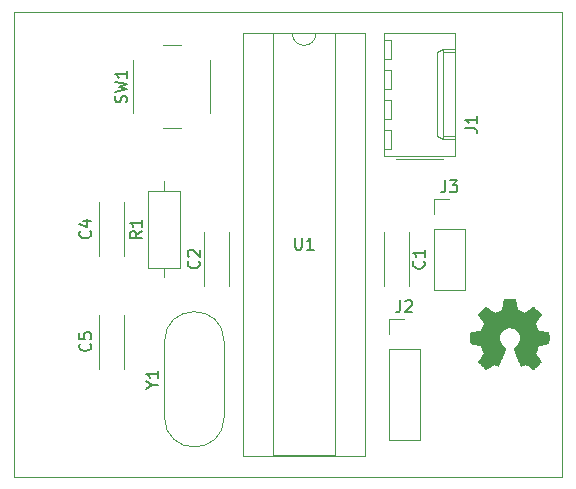
<source format=gbr>
%TF.GenerationSoftware,KiCad,Pcbnew,6.0.2-378541a8eb~116~ubuntu20.04.1*%
%TF.CreationDate,2022-02-28T20:37:39+01:00*%
%TF.ProjectId,lidar,6c696461-722e-46b6-9963-61645f706362,0.3.0*%
%TF.SameCoordinates,PX371baa8PY4509570*%
%TF.FileFunction,Legend,Top*%
%TF.FilePolarity,Positive*%
%FSLAX46Y46*%
G04 Gerber Fmt 4.6, Leading zero omitted, Abs format (unit mm)*
G04 Created by KiCad (PCBNEW 6.0.2-378541a8eb~116~ubuntu20.04.1) date 2022-02-28 20:37:39*
%MOMM*%
%LPD*%
G01*
G04 APERTURE LIST*
%TA.AperFunction,Profile*%
%ADD10C,0.100000*%
%TD*%
%ADD11C,0.150000*%
%ADD12C,0.120000*%
%ADD13C,0.010000*%
G04 APERTURE END LIST*
D10*
X-4445000Y4445000D02*
X41910000Y4445000D01*
X41910000Y4445000D02*
X41910000Y-34925000D01*
X41910000Y-34925000D02*
X-4445000Y-34925000D01*
X-4445000Y-34925000D02*
X-4445000Y4445000D01*
D11*
%TO.C,J3*%
X32051666Y-9837380D02*
X32051666Y-10551666D01*
X32004047Y-10694523D01*
X31908809Y-10789761D01*
X31765952Y-10837380D01*
X31670714Y-10837380D01*
X32432619Y-9837380D02*
X33051666Y-9837380D01*
X32718333Y-10218333D01*
X32861190Y-10218333D01*
X32956428Y-10265952D01*
X33004047Y-10313571D01*
X33051666Y-10408809D01*
X33051666Y-10646904D01*
X33004047Y-10742142D01*
X32956428Y-10789761D01*
X32861190Y-10837380D01*
X32575476Y-10837380D01*
X32480238Y-10789761D01*
X32432619Y-10742142D01*
%TO.C,C4*%
X1967142Y-14131666D02*
X2014761Y-14179285D01*
X2062380Y-14322142D01*
X2062380Y-14417380D01*
X2014761Y-14560238D01*
X1919523Y-14655476D01*
X1824285Y-14703095D01*
X1633809Y-14750714D01*
X1490952Y-14750714D01*
X1300476Y-14703095D01*
X1205238Y-14655476D01*
X1110000Y-14560238D01*
X1062380Y-14417380D01*
X1062380Y-14322142D01*
X1110000Y-14179285D01*
X1157619Y-14131666D01*
X1395714Y-13274523D02*
X2062380Y-13274523D01*
X1014761Y-13512619D02*
X1729047Y-13750714D01*
X1729047Y-13131666D01*
%TO.C,C1*%
X30202142Y-16676666D02*
X30249761Y-16724285D01*
X30297380Y-16867142D01*
X30297380Y-16962380D01*
X30249761Y-17105238D01*
X30154523Y-17200476D01*
X30059285Y-17248095D01*
X29868809Y-17295714D01*
X29725952Y-17295714D01*
X29535476Y-17248095D01*
X29440238Y-17200476D01*
X29345000Y-17105238D01*
X29297380Y-16962380D01*
X29297380Y-16867142D01*
X29345000Y-16724285D01*
X29392619Y-16676666D01*
X30297380Y-15724285D02*
X30297380Y-16295714D01*
X30297380Y-16010000D02*
X29297380Y-16010000D01*
X29440238Y-16105238D01*
X29535476Y-16200476D01*
X29583095Y-16295714D01*
%TO.C,SW1*%
X5044761Y-3238333D02*
X5092380Y-3095476D01*
X5092380Y-2857380D01*
X5044761Y-2762142D01*
X4997142Y-2714523D01*
X4901904Y-2666904D01*
X4806666Y-2666904D01*
X4711428Y-2714523D01*
X4663809Y-2762142D01*
X4616190Y-2857380D01*
X4568571Y-3047857D01*
X4520952Y-3143095D01*
X4473333Y-3190714D01*
X4378095Y-3238333D01*
X4282857Y-3238333D01*
X4187619Y-3190714D01*
X4140000Y-3143095D01*
X4092380Y-3047857D01*
X4092380Y-2809761D01*
X4140000Y-2666904D01*
X4092380Y-2333571D02*
X5092380Y-2095476D01*
X4378095Y-1905000D01*
X5092380Y-1714523D01*
X4092380Y-1476428D01*
X5092380Y-571666D02*
X5092380Y-1143095D01*
X5092380Y-857380D02*
X4092380Y-857380D01*
X4235238Y-952619D01*
X4330476Y-1047857D01*
X4378095Y-1143095D01*
%TO.C,R1*%
X6337380Y-14131666D02*
X5861190Y-14465000D01*
X6337380Y-14703095D02*
X5337380Y-14703095D01*
X5337380Y-14322142D01*
X5385000Y-14226904D01*
X5432619Y-14179285D01*
X5527857Y-14131666D01*
X5670714Y-14131666D01*
X5765952Y-14179285D01*
X5813571Y-14226904D01*
X5861190Y-14322142D01*
X5861190Y-14703095D01*
X6337380Y-13179285D02*
X6337380Y-13750714D01*
X6337380Y-13465000D02*
X5337380Y-13465000D01*
X5480238Y-13560238D01*
X5575476Y-13655476D01*
X5623095Y-13750714D01*
%TO.C,C5*%
X1967142Y-23661666D02*
X2014761Y-23709285D01*
X2062380Y-23852142D01*
X2062380Y-23947380D01*
X2014761Y-24090238D01*
X1919523Y-24185476D01*
X1824285Y-24233095D01*
X1633809Y-24280714D01*
X1490952Y-24280714D01*
X1300476Y-24233095D01*
X1205238Y-24185476D01*
X1110000Y-24090238D01*
X1062380Y-23947380D01*
X1062380Y-23852142D01*
X1110000Y-23709285D01*
X1157619Y-23661666D01*
X1062380Y-22756904D02*
X1062380Y-23233095D01*
X1538571Y-23280714D01*
X1490952Y-23233095D01*
X1443333Y-23137857D01*
X1443333Y-22899761D01*
X1490952Y-22804523D01*
X1538571Y-22756904D01*
X1633809Y-22709285D01*
X1871904Y-22709285D01*
X1967142Y-22756904D01*
X2014761Y-22804523D01*
X2062380Y-22899761D01*
X2062380Y-23137857D01*
X2014761Y-23233095D01*
X1967142Y-23280714D01*
%TO.C,C2*%
X11152142Y-16671666D02*
X11199761Y-16719285D01*
X11247380Y-16862142D01*
X11247380Y-16957380D01*
X11199761Y-17100238D01*
X11104523Y-17195476D01*
X11009285Y-17243095D01*
X10818809Y-17290714D01*
X10675952Y-17290714D01*
X10485476Y-17243095D01*
X10390238Y-17195476D01*
X10295000Y-17100238D01*
X10247380Y-16957380D01*
X10247380Y-16862142D01*
X10295000Y-16719285D01*
X10342619Y-16671666D01*
X10342619Y-16290714D02*
X10295000Y-16243095D01*
X10247380Y-16147857D01*
X10247380Y-15909761D01*
X10295000Y-15814523D01*
X10342619Y-15766904D01*
X10437857Y-15719285D01*
X10533095Y-15719285D01*
X10675952Y-15766904D01*
X11247380Y-16338333D01*
X11247380Y-15719285D01*
%TO.C,J2*%
X28241666Y-19982380D02*
X28241666Y-20696666D01*
X28194047Y-20839523D01*
X28098809Y-20934761D01*
X27955952Y-20982380D01*
X27860714Y-20982380D01*
X28670238Y-20077619D02*
X28717857Y-20030000D01*
X28813095Y-19982380D01*
X29051190Y-19982380D01*
X29146428Y-20030000D01*
X29194047Y-20077619D01*
X29241666Y-20172857D01*
X29241666Y-20268095D01*
X29194047Y-20410952D01*
X28622619Y-20982380D01*
X29241666Y-20982380D01*
%TO.C,U1*%
X19333095Y-14687380D02*
X19333095Y-15496904D01*
X19380714Y-15592142D01*
X19428333Y-15639761D01*
X19523571Y-15687380D01*
X19714047Y-15687380D01*
X19809285Y-15639761D01*
X19856904Y-15592142D01*
X19904523Y-15496904D01*
X19904523Y-14687380D01*
X20904523Y-15687380D02*
X20333095Y-15687380D01*
X20618809Y-15687380D02*
X20618809Y-14687380D01*
X20523571Y-14830238D01*
X20428333Y-14925476D01*
X20333095Y-14973095D01*
%TO.C,Y1*%
X7246190Y-27151190D02*
X7722380Y-27151190D01*
X6722380Y-27484523D02*
X7246190Y-27151190D01*
X6722380Y-26817857D01*
X7722380Y-25960714D02*
X7722380Y-26532142D01*
X7722380Y-26246428D02*
X6722380Y-26246428D01*
X6865238Y-26341666D01*
X6960476Y-26436904D01*
X7008095Y-26532142D01*
%TO.C,J1*%
X33742380Y-5413333D02*
X34456666Y-5413333D01*
X34599523Y-5460952D01*
X34694761Y-5556190D01*
X34742380Y-5699047D01*
X34742380Y-5794285D01*
X34742380Y-4413333D02*
X34742380Y-4984761D01*
X34742380Y-4699047D02*
X33742380Y-4699047D01*
X33885238Y-4794285D01*
X33980476Y-4889523D01*
X34028095Y-4984761D01*
D12*
%TO.C,J3*%
X31055000Y-19125000D02*
X33715000Y-19125000D01*
X31055000Y-13985000D02*
X31055000Y-19125000D01*
X31055000Y-12715000D02*
X31055000Y-11385000D01*
X33715000Y-13985000D02*
X33715000Y-19125000D01*
X31055000Y-11385000D02*
X32385000Y-11385000D01*
X31055000Y-13985000D02*
X33715000Y-13985000D01*
D13*
%TO.C,OSHW - silk*%
X38020814Y-20328931D02*
X38104635Y-20773555D01*
X38104635Y-20773555D02*
X38413920Y-20901053D01*
X38413920Y-20901053D02*
X38723206Y-21028551D01*
X38723206Y-21028551D02*
X39094246Y-20776246D01*
X39094246Y-20776246D02*
X39198157Y-20705996D01*
X39198157Y-20705996D02*
X39292087Y-20643272D01*
X39292087Y-20643272D02*
X39371652Y-20590938D01*
X39371652Y-20590938D02*
X39432470Y-20551857D01*
X39432470Y-20551857D02*
X39470157Y-20528893D01*
X39470157Y-20528893D02*
X39480421Y-20523942D01*
X39480421Y-20523942D02*
X39498910Y-20536676D01*
X39498910Y-20536676D02*
X39538420Y-20571882D01*
X39538420Y-20571882D02*
X39594522Y-20625062D01*
X39594522Y-20625062D02*
X39662787Y-20691718D01*
X39662787Y-20691718D02*
X39738786Y-20767354D01*
X39738786Y-20767354D02*
X39818092Y-20847472D01*
X39818092Y-20847472D02*
X39896275Y-20927574D01*
X39896275Y-20927574D02*
X39968907Y-21003164D01*
X39968907Y-21003164D02*
X40031559Y-21069745D01*
X40031559Y-21069745D02*
X40079803Y-21122818D01*
X40079803Y-21122818D02*
X40109210Y-21157887D01*
X40109210Y-21157887D02*
X40116241Y-21169623D01*
X40116241Y-21169623D02*
X40106123Y-21191260D01*
X40106123Y-21191260D02*
X40077759Y-21238662D01*
X40077759Y-21238662D02*
X40034129Y-21307193D01*
X40034129Y-21307193D02*
X39978218Y-21392215D01*
X39978218Y-21392215D02*
X39913006Y-21489093D01*
X39913006Y-21489093D02*
X39875219Y-21544350D01*
X39875219Y-21544350D02*
X39806343Y-21645248D01*
X39806343Y-21645248D02*
X39745140Y-21736299D01*
X39745140Y-21736299D02*
X39694578Y-21812970D01*
X39694578Y-21812970D02*
X39657628Y-21870728D01*
X39657628Y-21870728D02*
X39637258Y-21905043D01*
X39637258Y-21905043D02*
X39634197Y-21912254D01*
X39634197Y-21912254D02*
X39641136Y-21932748D01*
X39641136Y-21932748D02*
X39660051Y-21980513D01*
X39660051Y-21980513D02*
X39688087Y-22048832D01*
X39688087Y-22048832D02*
X39722391Y-22130989D01*
X39722391Y-22130989D02*
X39760109Y-22220270D01*
X39760109Y-22220270D02*
X39798387Y-22309958D01*
X39798387Y-22309958D02*
X39834370Y-22393338D01*
X39834370Y-22393338D02*
X39865206Y-22463694D01*
X39865206Y-22463694D02*
X39888039Y-22514310D01*
X39888039Y-22514310D02*
X39900017Y-22538471D01*
X39900017Y-22538471D02*
X39900724Y-22539422D01*
X39900724Y-22539422D02*
X39919531Y-22544036D01*
X39919531Y-22544036D02*
X39969618Y-22554328D01*
X39969618Y-22554328D02*
X40045793Y-22569287D01*
X40045793Y-22569287D02*
X40142865Y-22587901D01*
X40142865Y-22587901D02*
X40255643Y-22609159D01*
X40255643Y-22609159D02*
X40321442Y-22621418D01*
X40321442Y-22621418D02*
X40441950Y-22644362D01*
X40441950Y-22644362D02*
X40550797Y-22666195D01*
X40550797Y-22666195D02*
X40642476Y-22685722D01*
X40642476Y-22685722D02*
X40711481Y-22701748D01*
X40711481Y-22701748D02*
X40752304Y-22713079D01*
X40752304Y-22713079D02*
X40760511Y-22716674D01*
X40760511Y-22716674D02*
X40768548Y-22741006D01*
X40768548Y-22741006D02*
X40775033Y-22795959D01*
X40775033Y-22795959D02*
X40779970Y-22875108D01*
X40779970Y-22875108D02*
X40783364Y-22972026D01*
X40783364Y-22972026D02*
X40785218Y-23080287D01*
X40785218Y-23080287D02*
X40785538Y-23193465D01*
X40785538Y-23193465D02*
X40784327Y-23305135D01*
X40784327Y-23305135D02*
X40781590Y-23408868D01*
X40781590Y-23408868D02*
X40777331Y-23498241D01*
X40777331Y-23498241D02*
X40771555Y-23566826D01*
X40771555Y-23566826D02*
X40764267Y-23608197D01*
X40764267Y-23608197D02*
X40759895Y-23616810D01*
X40759895Y-23616810D02*
X40733764Y-23627133D01*
X40733764Y-23627133D02*
X40678393Y-23641892D01*
X40678393Y-23641892D02*
X40601107Y-23659352D01*
X40601107Y-23659352D02*
X40509230Y-23677780D01*
X40509230Y-23677780D02*
X40477158Y-23683741D01*
X40477158Y-23683741D02*
X40322524Y-23712066D01*
X40322524Y-23712066D02*
X40200375Y-23734876D01*
X40200375Y-23734876D02*
X40106673Y-23753080D01*
X40106673Y-23753080D02*
X40037384Y-23767583D01*
X40037384Y-23767583D02*
X39988471Y-23779292D01*
X39988471Y-23779292D02*
X39955897Y-23789115D01*
X39955897Y-23789115D02*
X39935628Y-23797956D01*
X39935628Y-23797956D02*
X39923626Y-23806724D01*
X39923626Y-23806724D02*
X39921947Y-23808457D01*
X39921947Y-23808457D02*
X39905184Y-23836371D01*
X39905184Y-23836371D02*
X39879614Y-23890695D01*
X39879614Y-23890695D02*
X39847788Y-23964777D01*
X39847788Y-23964777D02*
X39812260Y-24051965D01*
X39812260Y-24051965D02*
X39775583Y-24145608D01*
X39775583Y-24145608D02*
X39740311Y-24239052D01*
X39740311Y-24239052D02*
X39708996Y-24325647D01*
X39708996Y-24325647D02*
X39684193Y-24398740D01*
X39684193Y-24398740D02*
X39668454Y-24451678D01*
X39668454Y-24451678D02*
X39664332Y-24477811D01*
X39664332Y-24477811D02*
X39664676Y-24478726D01*
X39664676Y-24478726D02*
X39678641Y-24500086D01*
X39678641Y-24500086D02*
X39710322Y-24547084D01*
X39710322Y-24547084D02*
X39756391Y-24614827D01*
X39756391Y-24614827D02*
X39813518Y-24698423D01*
X39813518Y-24698423D02*
X39878373Y-24792982D01*
X39878373Y-24792982D02*
X39896843Y-24819854D01*
X39896843Y-24819854D02*
X39962699Y-24917275D01*
X39962699Y-24917275D02*
X40020650Y-25006163D01*
X40020650Y-25006163D02*
X40067538Y-25081412D01*
X40067538Y-25081412D02*
X40100207Y-25137920D01*
X40100207Y-25137920D02*
X40115500Y-25170581D01*
X40115500Y-25170581D02*
X40116241Y-25174593D01*
X40116241Y-25174593D02*
X40103392Y-25195684D01*
X40103392Y-25195684D02*
X40067888Y-25237464D01*
X40067888Y-25237464D02*
X40014293Y-25295445D01*
X40014293Y-25295445D02*
X39947171Y-25365135D01*
X39947171Y-25365135D02*
X39871087Y-25442045D01*
X39871087Y-25442045D02*
X39790604Y-25521683D01*
X39790604Y-25521683D02*
X39710287Y-25599561D01*
X39710287Y-25599561D02*
X39634699Y-25671186D01*
X39634699Y-25671186D02*
X39568405Y-25732070D01*
X39568405Y-25732070D02*
X39515969Y-25777721D01*
X39515969Y-25777721D02*
X39481955Y-25803650D01*
X39481955Y-25803650D02*
X39472545Y-25807883D01*
X39472545Y-25807883D02*
X39450643Y-25797912D01*
X39450643Y-25797912D02*
X39405800Y-25771020D01*
X39405800Y-25771020D02*
X39345321Y-25731736D01*
X39345321Y-25731736D02*
X39298789Y-25700117D01*
X39298789Y-25700117D02*
X39214475Y-25642098D01*
X39214475Y-25642098D02*
X39114626Y-25573784D01*
X39114626Y-25573784D02*
X39014473Y-25505579D01*
X39014473Y-25505579D02*
X38960627Y-25469075D01*
X38960627Y-25469075D02*
X38778371Y-25345800D01*
X38778371Y-25345800D02*
X38625381Y-25428520D01*
X38625381Y-25428520D02*
X38555682Y-25464759D01*
X38555682Y-25464759D02*
X38496414Y-25492926D01*
X38496414Y-25492926D02*
X38456311Y-25508991D01*
X38456311Y-25508991D02*
X38446103Y-25511226D01*
X38446103Y-25511226D02*
X38433829Y-25494722D01*
X38433829Y-25494722D02*
X38409613Y-25448082D01*
X38409613Y-25448082D02*
X38375263Y-25375609D01*
X38375263Y-25375609D02*
X38332588Y-25281606D01*
X38332588Y-25281606D02*
X38283394Y-25170374D01*
X38283394Y-25170374D02*
X38229490Y-25046215D01*
X38229490Y-25046215D02*
X38172684Y-24913432D01*
X38172684Y-24913432D02*
X38114782Y-24776327D01*
X38114782Y-24776327D02*
X38057593Y-24639202D01*
X38057593Y-24639202D02*
X38002924Y-24506358D01*
X38002924Y-24506358D02*
X37952584Y-24382098D01*
X37952584Y-24382098D02*
X37908380Y-24270725D01*
X37908380Y-24270725D02*
X37872119Y-24176539D01*
X37872119Y-24176539D02*
X37845609Y-24103844D01*
X37845609Y-24103844D02*
X37830658Y-24056941D01*
X37830658Y-24056941D02*
X37828254Y-24040833D01*
X37828254Y-24040833D02*
X37847311Y-24020286D01*
X37847311Y-24020286D02*
X37889036Y-23986933D01*
X37889036Y-23986933D02*
X37944706Y-23947702D01*
X37944706Y-23947702D02*
X37949378Y-23944599D01*
X37949378Y-23944599D02*
X38093264Y-23829423D01*
X38093264Y-23829423D02*
X38209283Y-23695053D01*
X38209283Y-23695053D02*
X38296430Y-23545784D01*
X38296430Y-23545784D02*
X38353699Y-23385913D01*
X38353699Y-23385913D02*
X38380086Y-23219737D01*
X38380086Y-23219737D02*
X38374585Y-23051552D01*
X38374585Y-23051552D02*
X38336190Y-22885655D01*
X38336190Y-22885655D02*
X38263895Y-22726342D01*
X38263895Y-22726342D02*
X38242626Y-22691487D01*
X38242626Y-22691487D02*
X38131996Y-22550737D01*
X38131996Y-22550737D02*
X38001302Y-22437714D01*
X38001302Y-22437714D02*
X37855064Y-22353003D01*
X37855064Y-22353003D02*
X37697808Y-22297194D01*
X37697808Y-22297194D02*
X37534057Y-22270874D01*
X37534057Y-22270874D02*
X37368333Y-22274630D01*
X37368333Y-22274630D02*
X37205162Y-22309050D01*
X37205162Y-22309050D02*
X37049065Y-22374723D01*
X37049065Y-22374723D02*
X36904567Y-22472235D01*
X36904567Y-22472235D02*
X36859869Y-22511813D01*
X36859869Y-22511813D02*
X36746112Y-22635703D01*
X36746112Y-22635703D02*
X36663218Y-22766124D01*
X36663218Y-22766124D02*
X36606356Y-22912315D01*
X36606356Y-22912315D02*
X36574687Y-23057088D01*
X36574687Y-23057088D02*
X36566869Y-23219860D01*
X36566869Y-23219860D02*
X36592938Y-23383440D01*
X36592938Y-23383440D02*
X36650245Y-23542298D01*
X36650245Y-23542298D02*
X36736144Y-23690906D01*
X36736144Y-23690906D02*
X36847986Y-23823735D01*
X36847986Y-23823735D02*
X36983123Y-23935256D01*
X36983123Y-23935256D02*
X37000883Y-23947011D01*
X37000883Y-23947011D02*
X37057150Y-23985508D01*
X37057150Y-23985508D02*
X37099923Y-24018863D01*
X37099923Y-24018863D02*
X37120372Y-24040160D01*
X37120372Y-24040160D02*
X37120669Y-24040833D01*
X37120669Y-24040833D02*
X37116279Y-24063871D01*
X37116279Y-24063871D02*
X37098876Y-24116157D01*
X37098876Y-24116157D02*
X37070268Y-24193390D01*
X37070268Y-24193390D02*
X37032265Y-24291268D01*
X37032265Y-24291268D02*
X36986674Y-24405491D01*
X36986674Y-24405491D02*
X36935303Y-24531758D01*
X36935303Y-24531758D02*
X36879962Y-24665767D01*
X36879962Y-24665767D02*
X36822458Y-24803218D01*
X36822458Y-24803218D02*
X36764601Y-24939808D01*
X36764601Y-24939808D02*
X36708198Y-25071237D01*
X36708198Y-25071237D02*
X36655058Y-25193205D01*
X36655058Y-25193205D02*
X36606990Y-25301409D01*
X36606990Y-25301409D02*
X36565801Y-25391549D01*
X36565801Y-25391549D02*
X36533301Y-25459323D01*
X36533301Y-25459323D02*
X36511297Y-25500430D01*
X36511297Y-25500430D02*
X36502436Y-25511226D01*
X36502436Y-25511226D02*
X36475360Y-25502819D01*
X36475360Y-25502819D02*
X36424697Y-25480272D01*
X36424697Y-25480272D02*
X36359183Y-25447613D01*
X36359183Y-25447613D02*
X36323159Y-25428520D01*
X36323159Y-25428520D02*
X36170168Y-25345800D01*
X36170168Y-25345800D02*
X35987912Y-25469075D01*
X35987912Y-25469075D02*
X35894875Y-25532228D01*
X35894875Y-25532228D02*
X35793015Y-25601727D01*
X35793015Y-25601727D02*
X35697562Y-25667165D01*
X35697562Y-25667165D02*
X35649750Y-25700117D01*
X35649750Y-25700117D02*
X35582505Y-25745273D01*
X35582505Y-25745273D02*
X35525564Y-25781057D01*
X35525564Y-25781057D02*
X35486354Y-25802938D01*
X35486354Y-25802938D02*
X35473619Y-25807563D01*
X35473619Y-25807563D02*
X35455083Y-25795085D01*
X35455083Y-25795085D02*
X35414059Y-25760252D01*
X35414059Y-25760252D02*
X35354525Y-25706678D01*
X35354525Y-25706678D02*
X35280458Y-25637983D01*
X35280458Y-25637983D02*
X35195835Y-25557781D01*
X35195835Y-25557781D02*
X35142315Y-25506286D01*
X35142315Y-25506286D02*
X35048681Y-25414286D01*
X35048681Y-25414286D02*
X34967759Y-25331999D01*
X34967759Y-25331999D02*
X34902823Y-25262945D01*
X34902823Y-25262945D02*
X34857142Y-25210644D01*
X34857142Y-25210644D02*
X34833989Y-25178616D01*
X34833989Y-25178616D02*
X34831768Y-25172116D01*
X34831768Y-25172116D02*
X34842076Y-25147394D01*
X34842076Y-25147394D02*
X34870561Y-25097405D01*
X34870561Y-25097405D02*
X34914063Y-25027212D01*
X34914063Y-25027212D02*
X34969423Y-24941875D01*
X34969423Y-24941875D02*
X35033480Y-24846456D01*
X35033480Y-24846456D02*
X35051697Y-24819854D01*
X35051697Y-24819854D02*
X35118073Y-24723167D01*
X35118073Y-24723167D02*
X35177622Y-24636117D01*
X35177622Y-24636117D02*
X35227016Y-24563595D01*
X35227016Y-24563595D02*
X35262925Y-24510493D01*
X35262925Y-24510493D02*
X35282019Y-24481703D01*
X35282019Y-24481703D02*
X35283864Y-24478726D01*
X35283864Y-24478726D02*
X35281105Y-24455782D01*
X35281105Y-24455782D02*
X35266462Y-24405336D01*
X35266462Y-24405336D02*
X35242487Y-24334041D01*
X35242487Y-24334041D02*
X35211734Y-24248547D01*
X35211734Y-24248547D02*
X35176756Y-24155507D01*
X35176756Y-24155507D02*
X35140107Y-24061574D01*
X35140107Y-24061574D02*
X35104339Y-23973399D01*
X35104339Y-23973399D02*
X35072006Y-23897634D01*
X35072006Y-23897634D02*
X35045662Y-23840931D01*
X35045662Y-23840931D02*
X35027858Y-23809943D01*
X35027858Y-23809943D02*
X35026593Y-23808457D01*
X35026593Y-23808457D02*
X35015706Y-23799601D01*
X35015706Y-23799601D02*
X34997318Y-23790843D01*
X34997318Y-23790843D02*
X34967394Y-23781277D01*
X34967394Y-23781277D02*
X34921897Y-23769996D01*
X34921897Y-23769996D02*
X34856791Y-23756093D01*
X34856791Y-23756093D02*
X34768039Y-23738663D01*
X34768039Y-23738663D02*
X34651607Y-23716798D01*
X34651607Y-23716798D02*
X34503458Y-23689591D01*
X34503458Y-23689591D02*
X34471382Y-23683741D01*
X34471382Y-23683741D02*
X34376314Y-23665374D01*
X34376314Y-23665374D02*
X34293435Y-23647405D01*
X34293435Y-23647405D02*
X34230070Y-23631569D01*
X34230070Y-23631569D02*
X34193542Y-23619600D01*
X34193542Y-23619600D02*
X34188644Y-23616810D01*
X34188644Y-23616810D02*
X34180573Y-23592072D01*
X34180573Y-23592072D02*
X34174013Y-23536790D01*
X34174013Y-23536790D02*
X34168967Y-23457389D01*
X34168967Y-23457389D02*
X34165441Y-23360296D01*
X34165441Y-23360296D02*
X34163439Y-23251938D01*
X34163439Y-23251938D02*
X34162964Y-23138740D01*
X34162964Y-23138740D02*
X34164023Y-23027128D01*
X34164023Y-23027128D02*
X34166618Y-22923529D01*
X34166618Y-22923529D02*
X34170754Y-22834368D01*
X34170754Y-22834368D02*
X34176437Y-22766072D01*
X34176437Y-22766072D02*
X34183669Y-22725066D01*
X34183669Y-22725066D02*
X34188029Y-22716674D01*
X34188029Y-22716674D02*
X34212302Y-22708208D01*
X34212302Y-22708208D02*
X34267574Y-22694435D01*
X34267574Y-22694435D02*
X34348338Y-22676550D01*
X34348338Y-22676550D02*
X34449088Y-22655748D01*
X34449088Y-22655748D02*
X34564317Y-22633223D01*
X34564317Y-22633223D02*
X34627098Y-22621418D01*
X34627098Y-22621418D02*
X34746213Y-22599151D01*
X34746213Y-22599151D02*
X34852435Y-22578979D01*
X34852435Y-22578979D02*
X34940573Y-22561915D01*
X34940573Y-22561915D02*
X35005434Y-22548969D01*
X35005434Y-22548969D02*
X35041826Y-22541155D01*
X35041826Y-22541155D02*
X35047816Y-22539422D01*
X35047816Y-22539422D02*
X35057939Y-22519890D01*
X35057939Y-22519890D02*
X35079338Y-22472843D01*
X35079338Y-22472843D02*
X35109161Y-22405003D01*
X35109161Y-22405003D02*
X35144555Y-22323091D01*
X35144555Y-22323091D02*
X35182668Y-22233828D01*
X35182668Y-22233828D02*
X35220647Y-22143935D01*
X35220647Y-22143935D02*
X35255640Y-22060135D01*
X35255640Y-22060135D02*
X35284794Y-21989147D01*
X35284794Y-21989147D02*
X35305257Y-21937694D01*
X35305257Y-21937694D02*
X35314177Y-21912497D01*
X35314177Y-21912497D02*
X35314343Y-21911396D01*
X35314343Y-21911396D02*
X35304231Y-21891519D01*
X35304231Y-21891519D02*
X35275883Y-21845777D01*
X35275883Y-21845777D02*
X35232277Y-21778717D01*
X35232277Y-21778717D02*
X35176394Y-21694884D01*
X35176394Y-21694884D02*
X35111213Y-21598826D01*
X35111213Y-21598826D02*
X35073321Y-21543650D01*
X35073321Y-21543650D02*
X35004275Y-21442481D01*
X35004275Y-21442481D02*
X34942950Y-21350630D01*
X34942950Y-21350630D02*
X34892337Y-21272744D01*
X34892337Y-21272744D02*
X34855429Y-21213469D01*
X34855429Y-21213469D02*
X34835218Y-21177451D01*
X34835218Y-21177451D02*
X34832299Y-21169377D01*
X34832299Y-21169377D02*
X34844847Y-21150584D01*
X34844847Y-21150584D02*
X34879537Y-21110457D01*
X34879537Y-21110457D02*
X34931937Y-21053493D01*
X34931937Y-21053493D02*
X34997616Y-20984185D01*
X34997616Y-20984185D02*
X35072144Y-20907031D01*
X35072144Y-20907031D02*
X35151087Y-20826525D01*
X35151087Y-20826525D02*
X35230017Y-20747163D01*
X35230017Y-20747163D02*
X35304500Y-20673440D01*
X35304500Y-20673440D02*
X35370106Y-20609852D01*
X35370106Y-20609852D02*
X35422404Y-20560894D01*
X35422404Y-20560894D02*
X35456961Y-20531061D01*
X35456961Y-20531061D02*
X35468522Y-20523942D01*
X35468522Y-20523942D02*
X35487346Y-20533953D01*
X35487346Y-20533953D02*
X35532369Y-20562078D01*
X35532369Y-20562078D02*
X35599213Y-20605454D01*
X35599213Y-20605454D02*
X35683501Y-20661218D01*
X35683501Y-20661218D02*
X35780856Y-20726506D01*
X35780856Y-20726506D02*
X35854293Y-20776246D01*
X35854293Y-20776246D02*
X36225333Y-21028551D01*
X36225333Y-21028551D02*
X36843905Y-20773555D01*
X36843905Y-20773555D02*
X36927725Y-20328931D01*
X36927725Y-20328931D02*
X37011546Y-19884307D01*
X37011546Y-19884307D02*
X37936994Y-19884307D01*
X37936994Y-19884307D02*
X38020814Y-20328931D01*
X38020814Y-20328931D02*
X38020814Y-20328931D01*
G36*
X38020814Y-20328931D02*
G01*
X38104635Y-20773555D01*
X38413920Y-20901053D01*
X38723206Y-21028551D01*
X39094246Y-20776246D01*
X39198157Y-20705996D01*
X39292087Y-20643272D01*
X39371652Y-20590938D01*
X39432470Y-20551857D01*
X39470157Y-20528893D01*
X39480421Y-20523942D01*
X39498910Y-20536676D01*
X39538420Y-20571882D01*
X39594522Y-20625062D01*
X39662787Y-20691718D01*
X39738786Y-20767354D01*
X39818092Y-20847472D01*
X39896275Y-20927574D01*
X39968907Y-21003164D01*
X40031559Y-21069745D01*
X40079803Y-21122818D01*
X40109210Y-21157887D01*
X40116241Y-21169623D01*
X40106123Y-21191260D01*
X40077759Y-21238662D01*
X40034129Y-21307193D01*
X39978218Y-21392215D01*
X39913006Y-21489093D01*
X39875219Y-21544350D01*
X39806343Y-21645248D01*
X39745140Y-21736299D01*
X39694578Y-21812970D01*
X39657628Y-21870728D01*
X39637258Y-21905043D01*
X39634197Y-21912254D01*
X39641136Y-21932748D01*
X39660051Y-21980513D01*
X39688087Y-22048832D01*
X39722391Y-22130989D01*
X39760109Y-22220270D01*
X39798387Y-22309958D01*
X39834370Y-22393338D01*
X39865206Y-22463694D01*
X39888039Y-22514310D01*
X39900017Y-22538471D01*
X39900724Y-22539422D01*
X39919531Y-22544036D01*
X39969618Y-22554328D01*
X40045793Y-22569287D01*
X40142865Y-22587901D01*
X40255643Y-22609159D01*
X40321442Y-22621418D01*
X40441950Y-22644362D01*
X40550797Y-22666195D01*
X40642476Y-22685722D01*
X40711481Y-22701748D01*
X40752304Y-22713079D01*
X40760511Y-22716674D01*
X40768548Y-22741006D01*
X40775033Y-22795959D01*
X40779970Y-22875108D01*
X40783364Y-22972026D01*
X40785218Y-23080287D01*
X40785538Y-23193465D01*
X40784327Y-23305135D01*
X40781590Y-23408868D01*
X40777331Y-23498241D01*
X40771555Y-23566826D01*
X40764267Y-23608197D01*
X40759895Y-23616810D01*
X40733764Y-23627133D01*
X40678393Y-23641892D01*
X40601107Y-23659352D01*
X40509230Y-23677780D01*
X40477158Y-23683741D01*
X40322524Y-23712066D01*
X40200375Y-23734876D01*
X40106673Y-23753080D01*
X40037384Y-23767583D01*
X39988471Y-23779292D01*
X39955897Y-23789115D01*
X39935628Y-23797956D01*
X39923626Y-23806724D01*
X39921947Y-23808457D01*
X39905184Y-23836371D01*
X39879614Y-23890695D01*
X39847788Y-23964777D01*
X39812260Y-24051965D01*
X39775583Y-24145608D01*
X39740311Y-24239052D01*
X39708996Y-24325647D01*
X39684193Y-24398740D01*
X39668454Y-24451678D01*
X39664332Y-24477811D01*
X39664676Y-24478726D01*
X39678641Y-24500086D01*
X39710322Y-24547084D01*
X39756391Y-24614827D01*
X39813518Y-24698423D01*
X39878373Y-24792982D01*
X39896843Y-24819854D01*
X39962699Y-24917275D01*
X40020650Y-25006163D01*
X40067538Y-25081412D01*
X40100207Y-25137920D01*
X40115500Y-25170581D01*
X40116241Y-25174593D01*
X40103392Y-25195684D01*
X40067888Y-25237464D01*
X40014293Y-25295445D01*
X39947171Y-25365135D01*
X39871087Y-25442045D01*
X39790604Y-25521683D01*
X39710287Y-25599561D01*
X39634699Y-25671186D01*
X39568405Y-25732070D01*
X39515969Y-25777721D01*
X39481955Y-25803650D01*
X39472545Y-25807883D01*
X39450643Y-25797912D01*
X39405800Y-25771020D01*
X39345321Y-25731736D01*
X39298789Y-25700117D01*
X39214475Y-25642098D01*
X39114626Y-25573784D01*
X39014473Y-25505579D01*
X38960627Y-25469075D01*
X38778371Y-25345800D01*
X38625381Y-25428520D01*
X38555682Y-25464759D01*
X38496414Y-25492926D01*
X38456311Y-25508991D01*
X38446103Y-25511226D01*
X38433829Y-25494722D01*
X38409613Y-25448082D01*
X38375263Y-25375609D01*
X38332588Y-25281606D01*
X38283394Y-25170374D01*
X38229490Y-25046215D01*
X38172684Y-24913432D01*
X38114782Y-24776327D01*
X38057593Y-24639202D01*
X38002924Y-24506358D01*
X37952584Y-24382098D01*
X37908380Y-24270725D01*
X37872119Y-24176539D01*
X37845609Y-24103844D01*
X37830658Y-24056941D01*
X37828254Y-24040833D01*
X37847311Y-24020286D01*
X37889036Y-23986933D01*
X37944706Y-23947702D01*
X37949378Y-23944599D01*
X38093264Y-23829423D01*
X38209283Y-23695053D01*
X38296430Y-23545784D01*
X38353699Y-23385913D01*
X38380086Y-23219737D01*
X38374585Y-23051552D01*
X38336190Y-22885655D01*
X38263895Y-22726342D01*
X38242626Y-22691487D01*
X38131996Y-22550737D01*
X38001302Y-22437714D01*
X37855064Y-22353003D01*
X37697808Y-22297194D01*
X37534057Y-22270874D01*
X37368333Y-22274630D01*
X37205162Y-22309050D01*
X37049065Y-22374723D01*
X36904567Y-22472235D01*
X36859869Y-22511813D01*
X36746112Y-22635703D01*
X36663218Y-22766124D01*
X36606356Y-22912315D01*
X36574687Y-23057088D01*
X36566869Y-23219860D01*
X36592938Y-23383440D01*
X36650245Y-23542298D01*
X36736144Y-23690906D01*
X36847986Y-23823735D01*
X36983123Y-23935256D01*
X37000883Y-23947011D01*
X37057150Y-23985508D01*
X37099923Y-24018863D01*
X37120372Y-24040160D01*
X37120669Y-24040833D01*
X37116279Y-24063871D01*
X37098876Y-24116157D01*
X37070268Y-24193390D01*
X37032265Y-24291268D01*
X36986674Y-24405491D01*
X36935303Y-24531758D01*
X36879962Y-24665767D01*
X36822458Y-24803218D01*
X36764601Y-24939808D01*
X36708198Y-25071237D01*
X36655058Y-25193205D01*
X36606990Y-25301409D01*
X36565801Y-25391549D01*
X36533301Y-25459323D01*
X36511297Y-25500430D01*
X36502436Y-25511226D01*
X36475360Y-25502819D01*
X36424697Y-25480272D01*
X36359183Y-25447613D01*
X36323159Y-25428520D01*
X36170168Y-25345800D01*
X35987912Y-25469075D01*
X35894875Y-25532228D01*
X35793015Y-25601727D01*
X35697562Y-25667165D01*
X35649750Y-25700117D01*
X35582505Y-25745273D01*
X35525564Y-25781057D01*
X35486354Y-25802938D01*
X35473619Y-25807563D01*
X35455083Y-25795085D01*
X35414059Y-25760252D01*
X35354525Y-25706678D01*
X35280458Y-25637983D01*
X35195835Y-25557781D01*
X35142315Y-25506286D01*
X35048681Y-25414286D01*
X34967759Y-25331999D01*
X34902823Y-25262945D01*
X34857142Y-25210644D01*
X34833989Y-25178616D01*
X34831768Y-25172116D01*
X34842076Y-25147394D01*
X34870561Y-25097405D01*
X34914063Y-25027212D01*
X34969423Y-24941875D01*
X35033480Y-24846456D01*
X35051697Y-24819854D01*
X35118073Y-24723167D01*
X35177622Y-24636117D01*
X35227016Y-24563595D01*
X35262925Y-24510493D01*
X35282019Y-24481703D01*
X35283864Y-24478726D01*
X35281105Y-24455782D01*
X35266462Y-24405336D01*
X35242487Y-24334041D01*
X35211734Y-24248547D01*
X35176756Y-24155507D01*
X35140107Y-24061574D01*
X35104339Y-23973399D01*
X35072006Y-23897634D01*
X35045662Y-23840931D01*
X35027858Y-23809943D01*
X35026593Y-23808457D01*
X35015706Y-23799601D01*
X34997318Y-23790843D01*
X34967394Y-23781277D01*
X34921897Y-23769996D01*
X34856791Y-23756093D01*
X34768039Y-23738663D01*
X34651607Y-23716798D01*
X34503458Y-23689591D01*
X34471382Y-23683741D01*
X34376314Y-23665374D01*
X34293435Y-23647405D01*
X34230070Y-23631569D01*
X34193542Y-23619600D01*
X34188644Y-23616810D01*
X34180573Y-23592072D01*
X34174013Y-23536790D01*
X34168967Y-23457389D01*
X34165441Y-23360296D01*
X34163439Y-23251938D01*
X34162964Y-23138740D01*
X34164023Y-23027128D01*
X34166618Y-22923529D01*
X34170754Y-22834368D01*
X34176437Y-22766072D01*
X34183669Y-22725066D01*
X34188029Y-22716674D01*
X34212302Y-22708208D01*
X34267574Y-22694435D01*
X34348338Y-22676550D01*
X34449088Y-22655748D01*
X34564317Y-22633223D01*
X34627098Y-22621418D01*
X34746213Y-22599151D01*
X34852435Y-22578979D01*
X34940573Y-22561915D01*
X35005434Y-22548969D01*
X35041826Y-22541155D01*
X35047816Y-22539422D01*
X35057939Y-22519890D01*
X35079338Y-22472843D01*
X35109161Y-22405003D01*
X35144555Y-22323091D01*
X35182668Y-22233828D01*
X35220647Y-22143935D01*
X35255640Y-22060135D01*
X35284794Y-21989147D01*
X35305257Y-21937694D01*
X35314177Y-21912497D01*
X35314343Y-21911396D01*
X35304231Y-21891519D01*
X35275883Y-21845777D01*
X35232277Y-21778717D01*
X35176394Y-21694884D01*
X35111213Y-21598826D01*
X35073321Y-21543650D01*
X35004275Y-21442481D01*
X34942950Y-21350630D01*
X34892337Y-21272744D01*
X34855429Y-21213469D01*
X34835218Y-21177451D01*
X34832299Y-21169377D01*
X34844847Y-21150584D01*
X34879537Y-21110457D01*
X34931937Y-21053493D01*
X34997616Y-20984185D01*
X35072144Y-20907031D01*
X35151087Y-20826525D01*
X35230017Y-20747163D01*
X35304500Y-20673440D01*
X35370106Y-20609852D01*
X35422404Y-20560894D01*
X35456961Y-20531061D01*
X35468522Y-20523942D01*
X35487346Y-20533953D01*
X35532369Y-20562078D01*
X35599213Y-20605454D01*
X35683501Y-20661218D01*
X35780856Y-20726506D01*
X35854293Y-20776246D01*
X36225333Y-21028551D01*
X36843905Y-20773555D01*
X36927725Y-20328931D01*
X37011546Y-19884307D01*
X37936994Y-19884307D01*
X38020814Y-20328931D01*
G37*
X38020814Y-20328931D02*
X38104635Y-20773555D01*
X38413920Y-20901053D01*
X38723206Y-21028551D01*
X39094246Y-20776246D01*
X39198157Y-20705996D01*
X39292087Y-20643272D01*
X39371652Y-20590938D01*
X39432470Y-20551857D01*
X39470157Y-20528893D01*
X39480421Y-20523942D01*
X39498910Y-20536676D01*
X39538420Y-20571882D01*
X39594522Y-20625062D01*
X39662787Y-20691718D01*
X39738786Y-20767354D01*
X39818092Y-20847472D01*
X39896275Y-20927574D01*
X39968907Y-21003164D01*
X40031559Y-21069745D01*
X40079803Y-21122818D01*
X40109210Y-21157887D01*
X40116241Y-21169623D01*
X40106123Y-21191260D01*
X40077759Y-21238662D01*
X40034129Y-21307193D01*
X39978218Y-21392215D01*
X39913006Y-21489093D01*
X39875219Y-21544350D01*
X39806343Y-21645248D01*
X39745140Y-21736299D01*
X39694578Y-21812970D01*
X39657628Y-21870728D01*
X39637258Y-21905043D01*
X39634197Y-21912254D01*
X39641136Y-21932748D01*
X39660051Y-21980513D01*
X39688087Y-22048832D01*
X39722391Y-22130989D01*
X39760109Y-22220270D01*
X39798387Y-22309958D01*
X39834370Y-22393338D01*
X39865206Y-22463694D01*
X39888039Y-22514310D01*
X39900017Y-22538471D01*
X39900724Y-22539422D01*
X39919531Y-22544036D01*
X39969618Y-22554328D01*
X40045793Y-22569287D01*
X40142865Y-22587901D01*
X40255643Y-22609159D01*
X40321442Y-22621418D01*
X40441950Y-22644362D01*
X40550797Y-22666195D01*
X40642476Y-22685722D01*
X40711481Y-22701748D01*
X40752304Y-22713079D01*
X40760511Y-22716674D01*
X40768548Y-22741006D01*
X40775033Y-22795959D01*
X40779970Y-22875108D01*
X40783364Y-22972026D01*
X40785218Y-23080287D01*
X40785538Y-23193465D01*
X40784327Y-23305135D01*
X40781590Y-23408868D01*
X40777331Y-23498241D01*
X40771555Y-23566826D01*
X40764267Y-23608197D01*
X40759895Y-23616810D01*
X40733764Y-23627133D01*
X40678393Y-23641892D01*
X40601107Y-23659352D01*
X40509230Y-23677780D01*
X40477158Y-23683741D01*
X40322524Y-23712066D01*
X40200375Y-23734876D01*
X40106673Y-23753080D01*
X40037384Y-23767583D01*
X39988471Y-23779292D01*
X39955897Y-23789115D01*
X39935628Y-23797956D01*
X39923626Y-23806724D01*
X39921947Y-23808457D01*
X39905184Y-23836371D01*
X39879614Y-23890695D01*
X39847788Y-23964777D01*
X39812260Y-24051965D01*
X39775583Y-24145608D01*
X39740311Y-24239052D01*
X39708996Y-24325647D01*
X39684193Y-24398740D01*
X39668454Y-24451678D01*
X39664332Y-24477811D01*
X39664676Y-24478726D01*
X39678641Y-24500086D01*
X39710322Y-24547084D01*
X39756391Y-24614827D01*
X39813518Y-24698423D01*
X39878373Y-24792982D01*
X39896843Y-24819854D01*
X39962699Y-24917275D01*
X40020650Y-25006163D01*
X40067538Y-25081412D01*
X40100207Y-25137920D01*
X40115500Y-25170581D01*
X40116241Y-25174593D01*
X40103392Y-25195684D01*
X40067888Y-25237464D01*
X40014293Y-25295445D01*
X39947171Y-25365135D01*
X39871087Y-25442045D01*
X39790604Y-25521683D01*
X39710287Y-25599561D01*
X39634699Y-25671186D01*
X39568405Y-25732070D01*
X39515969Y-25777721D01*
X39481955Y-25803650D01*
X39472545Y-25807883D01*
X39450643Y-25797912D01*
X39405800Y-25771020D01*
X39345321Y-25731736D01*
X39298789Y-25700117D01*
X39214475Y-25642098D01*
X39114626Y-25573784D01*
X39014473Y-25505579D01*
X38960627Y-25469075D01*
X38778371Y-25345800D01*
X38625381Y-25428520D01*
X38555682Y-25464759D01*
X38496414Y-25492926D01*
X38456311Y-25508991D01*
X38446103Y-25511226D01*
X38433829Y-25494722D01*
X38409613Y-25448082D01*
X38375263Y-25375609D01*
X38332588Y-25281606D01*
X38283394Y-25170374D01*
X38229490Y-25046215D01*
X38172684Y-24913432D01*
X38114782Y-24776327D01*
X38057593Y-24639202D01*
X38002924Y-24506358D01*
X37952584Y-24382098D01*
X37908380Y-24270725D01*
X37872119Y-24176539D01*
X37845609Y-24103844D01*
X37830658Y-24056941D01*
X37828254Y-24040833D01*
X37847311Y-24020286D01*
X37889036Y-23986933D01*
X37944706Y-23947702D01*
X37949378Y-23944599D01*
X38093264Y-23829423D01*
X38209283Y-23695053D01*
X38296430Y-23545784D01*
X38353699Y-23385913D01*
X38380086Y-23219737D01*
X38374585Y-23051552D01*
X38336190Y-22885655D01*
X38263895Y-22726342D01*
X38242626Y-22691487D01*
X38131996Y-22550737D01*
X38001302Y-22437714D01*
X37855064Y-22353003D01*
X37697808Y-22297194D01*
X37534057Y-22270874D01*
X37368333Y-22274630D01*
X37205162Y-22309050D01*
X37049065Y-22374723D01*
X36904567Y-22472235D01*
X36859869Y-22511813D01*
X36746112Y-22635703D01*
X36663218Y-22766124D01*
X36606356Y-22912315D01*
X36574687Y-23057088D01*
X36566869Y-23219860D01*
X36592938Y-23383440D01*
X36650245Y-23542298D01*
X36736144Y-23690906D01*
X36847986Y-23823735D01*
X36983123Y-23935256D01*
X37000883Y-23947011D01*
X37057150Y-23985508D01*
X37099923Y-24018863D01*
X37120372Y-24040160D01*
X37120669Y-24040833D01*
X37116279Y-24063871D01*
X37098876Y-24116157D01*
X37070268Y-24193390D01*
X37032265Y-24291268D01*
X36986674Y-24405491D01*
X36935303Y-24531758D01*
X36879962Y-24665767D01*
X36822458Y-24803218D01*
X36764601Y-24939808D01*
X36708198Y-25071237D01*
X36655058Y-25193205D01*
X36606990Y-25301409D01*
X36565801Y-25391549D01*
X36533301Y-25459323D01*
X36511297Y-25500430D01*
X36502436Y-25511226D01*
X36475360Y-25502819D01*
X36424697Y-25480272D01*
X36359183Y-25447613D01*
X36323159Y-25428520D01*
X36170168Y-25345800D01*
X35987912Y-25469075D01*
X35894875Y-25532228D01*
X35793015Y-25601727D01*
X35697562Y-25667165D01*
X35649750Y-25700117D01*
X35582505Y-25745273D01*
X35525564Y-25781057D01*
X35486354Y-25802938D01*
X35473619Y-25807563D01*
X35455083Y-25795085D01*
X35414059Y-25760252D01*
X35354525Y-25706678D01*
X35280458Y-25637983D01*
X35195835Y-25557781D01*
X35142315Y-25506286D01*
X35048681Y-25414286D01*
X34967759Y-25331999D01*
X34902823Y-25262945D01*
X34857142Y-25210644D01*
X34833989Y-25178616D01*
X34831768Y-25172116D01*
X34842076Y-25147394D01*
X34870561Y-25097405D01*
X34914063Y-25027212D01*
X34969423Y-24941875D01*
X35033480Y-24846456D01*
X35051697Y-24819854D01*
X35118073Y-24723167D01*
X35177622Y-24636117D01*
X35227016Y-24563595D01*
X35262925Y-24510493D01*
X35282019Y-24481703D01*
X35283864Y-24478726D01*
X35281105Y-24455782D01*
X35266462Y-24405336D01*
X35242487Y-24334041D01*
X35211734Y-24248547D01*
X35176756Y-24155507D01*
X35140107Y-24061574D01*
X35104339Y-23973399D01*
X35072006Y-23897634D01*
X35045662Y-23840931D01*
X35027858Y-23809943D01*
X35026593Y-23808457D01*
X35015706Y-23799601D01*
X34997318Y-23790843D01*
X34967394Y-23781277D01*
X34921897Y-23769996D01*
X34856791Y-23756093D01*
X34768039Y-23738663D01*
X34651607Y-23716798D01*
X34503458Y-23689591D01*
X34471382Y-23683741D01*
X34376314Y-23665374D01*
X34293435Y-23647405D01*
X34230070Y-23631569D01*
X34193542Y-23619600D01*
X34188644Y-23616810D01*
X34180573Y-23592072D01*
X34174013Y-23536790D01*
X34168967Y-23457389D01*
X34165441Y-23360296D01*
X34163439Y-23251938D01*
X34162964Y-23138740D01*
X34164023Y-23027128D01*
X34166618Y-22923529D01*
X34170754Y-22834368D01*
X34176437Y-22766072D01*
X34183669Y-22725066D01*
X34188029Y-22716674D01*
X34212302Y-22708208D01*
X34267574Y-22694435D01*
X34348338Y-22676550D01*
X34449088Y-22655748D01*
X34564317Y-22633223D01*
X34627098Y-22621418D01*
X34746213Y-22599151D01*
X34852435Y-22578979D01*
X34940573Y-22561915D01*
X35005434Y-22548969D01*
X35041826Y-22541155D01*
X35047816Y-22539422D01*
X35057939Y-22519890D01*
X35079338Y-22472843D01*
X35109161Y-22405003D01*
X35144555Y-22323091D01*
X35182668Y-22233828D01*
X35220647Y-22143935D01*
X35255640Y-22060135D01*
X35284794Y-21989147D01*
X35305257Y-21937694D01*
X35314177Y-21912497D01*
X35314343Y-21911396D01*
X35304231Y-21891519D01*
X35275883Y-21845777D01*
X35232277Y-21778717D01*
X35176394Y-21694884D01*
X35111213Y-21598826D01*
X35073321Y-21543650D01*
X35004275Y-21442481D01*
X34942950Y-21350630D01*
X34892337Y-21272744D01*
X34855429Y-21213469D01*
X34835218Y-21177451D01*
X34832299Y-21169377D01*
X34844847Y-21150584D01*
X34879537Y-21110457D01*
X34931937Y-21053493D01*
X34997616Y-20984185D01*
X35072144Y-20907031D01*
X35151087Y-20826525D01*
X35230017Y-20747163D01*
X35304500Y-20673440D01*
X35370106Y-20609852D01*
X35422404Y-20560894D01*
X35456961Y-20531061D01*
X35468522Y-20523942D01*
X35487346Y-20533953D01*
X35532369Y-20562078D01*
X35599213Y-20605454D01*
X35683501Y-20661218D01*
X35780856Y-20726506D01*
X35854293Y-20776246D01*
X36225333Y-21028551D01*
X36843905Y-20773555D01*
X36927725Y-20328931D01*
X37011546Y-19884307D01*
X37936994Y-19884307D01*
X38020814Y-20328931D01*
D12*
%TO.C,C4*%
X2740000Y-16235000D02*
X2755000Y-16235000D01*
X4865000Y-16235000D02*
X4880000Y-16235000D01*
X2740000Y-16235000D02*
X2740000Y-11695000D01*
X2740000Y-11695000D02*
X2755000Y-11695000D01*
X4880000Y-16235000D02*
X4880000Y-11695000D01*
X4865000Y-11695000D02*
X4880000Y-11695000D01*
%TO.C,C1*%
X26870000Y-14240000D02*
X26885000Y-14240000D01*
X29010000Y-18780000D02*
X29010000Y-14240000D01*
X28995000Y-14240000D02*
X29010000Y-14240000D01*
X26870000Y-18780000D02*
X26870000Y-14240000D01*
X26870000Y-18780000D02*
X26885000Y-18780000D01*
X28995000Y-18780000D02*
X29010000Y-18780000D01*
%TO.C,SW1*%
X8140000Y-5405000D02*
X9640000Y-5405000D01*
X12140000Y-4155000D02*
X12140000Y345000D01*
X9640000Y1595000D02*
X8140000Y1595000D01*
X5640000Y345000D02*
X5640000Y-4155000D01*
%TO.C,R1*%
X9625000Y-17235000D02*
X9625000Y-10695000D01*
X6885000Y-17235000D02*
X9625000Y-17235000D01*
X8255000Y-18005000D02*
X8255000Y-17235000D01*
X6885000Y-10695000D02*
X6885000Y-17235000D01*
X9625000Y-10695000D02*
X6885000Y-10695000D01*
X8255000Y-9925000D02*
X8255000Y-10695000D01*
%TO.C,C5*%
X4865000Y-21225000D02*
X4880000Y-21225000D01*
X2740000Y-25765000D02*
X2740000Y-21225000D01*
X4880000Y-25765000D02*
X4880000Y-21225000D01*
X2740000Y-21225000D02*
X2755000Y-21225000D01*
X4865000Y-25765000D02*
X4880000Y-25765000D01*
X2740000Y-25765000D02*
X2755000Y-25765000D01*
%TO.C,C2*%
X11645000Y-18775000D02*
X11630000Y-18775000D01*
X13770000Y-14235000D02*
X13770000Y-18775000D01*
X11645000Y-14235000D02*
X11630000Y-14235000D01*
X11630000Y-14235000D02*
X11630000Y-18775000D01*
X13770000Y-18775000D02*
X13755000Y-18775000D01*
X13770000Y-14235000D02*
X13755000Y-14235000D01*
%TO.C,J2*%
X27245000Y-24130000D02*
X29905000Y-24130000D01*
X27245000Y-24130000D02*
X27245000Y-31810000D01*
X29905000Y-24130000D02*
X29905000Y-31810000D01*
X27245000Y-21530000D02*
X28575000Y-21530000D01*
X27245000Y-22860000D02*
X27245000Y-21530000D01*
X27245000Y-31810000D02*
X29905000Y-31810000D01*
%TO.C,U1*%
X19095000Y2605000D02*
G75*
G03*
X21095000Y2605000I1000000J0D01*
G01*
X25235000Y2665000D02*
X14955000Y2665000D01*
X14955000Y-33135000D02*
X25235000Y-33135000D01*
X19095000Y2605000D02*
X17445000Y2605000D01*
X25235000Y-33135000D02*
X25235000Y2665000D01*
X22745000Y-33075000D02*
X22745000Y2605000D01*
X17445000Y-33075000D02*
X22745000Y-33075000D01*
X17445000Y2605000D02*
X17445000Y-33075000D01*
X14955000Y2665000D02*
X14955000Y-33135000D01*
X22745000Y2605000D02*
X21095000Y2605000D01*
%TO.C,Y1*%
X8270000Y-29875000D02*
X8270000Y-23475000D01*
X13320000Y-29875000D02*
X13320000Y-23475000D01*
X13320000Y-23475000D02*
G75*
G03*
X8270000Y-23475000I-2525000J0D01*
G01*
X8270000Y-29875000D02*
G75*
G03*
X13320000Y-29875000I2525000J0D01*
G01*
%TO.C,J1*%
X31305000Y1020000D02*
X31835000Y1270000D01*
X26815000Y470000D02*
X27415000Y470000D01*
X26815000Y-2070000D02*
X27415000Y-2070000D01*
X27415000Y-5550000D02*
X26815000Y-5550000D01*
X27415000Y-4610000D02*
X27415000Y-3010000D01*
X31835000Y1270000D02*
X32835000Y1270000D01*
X27415000Y470000D02*
X27415000Y2070000D01*
X27415000Y-7150000D02*
X27415000Y-5550000D01*
X27415000Y-2070000D02*
X27415000Y-470000D01*
X31835000Y-6350000D02*
X31835000Y1270000D01*
X32835000Y-7730000D02*
X32835000Y2650000D01*
X26815000Y2650000D02*
X26815000Y-7730000D01*
X26815000Y-7150000D02*
X27415000Y-7150000D01*
X27415000Y-470000D02*
X26815000Y-470000D01*
X32835000Y2650000D02*
X26815000Y2650000D01*
X32835000Y1020000D02*
X31835000Y1020000D01*
X32835000Y-6350000D02*
X31835000Y-6350000D01*
X27415000Y2070000D02*
X26815000Y2070000D01*
X27845000Y-8020000D02*
X31845000Y-8020000D01*
X31835000Y-6350000D02*
X31305000Y-6100000D01*
X32835000Y-6100000D02*
X31835000Y-6100000D01*
X31305000Y-6100000D02*
X31305000Y1020000D01*
X26815000Y-4610000D02*
X27415000Y-4610000D01*
X27415000Y-3010000D02*
X26815000Y-3010000D01*
X26815000Y-7730000D02*
X32835000Y-7730000D01*
%TD*%
M02*

</source>
